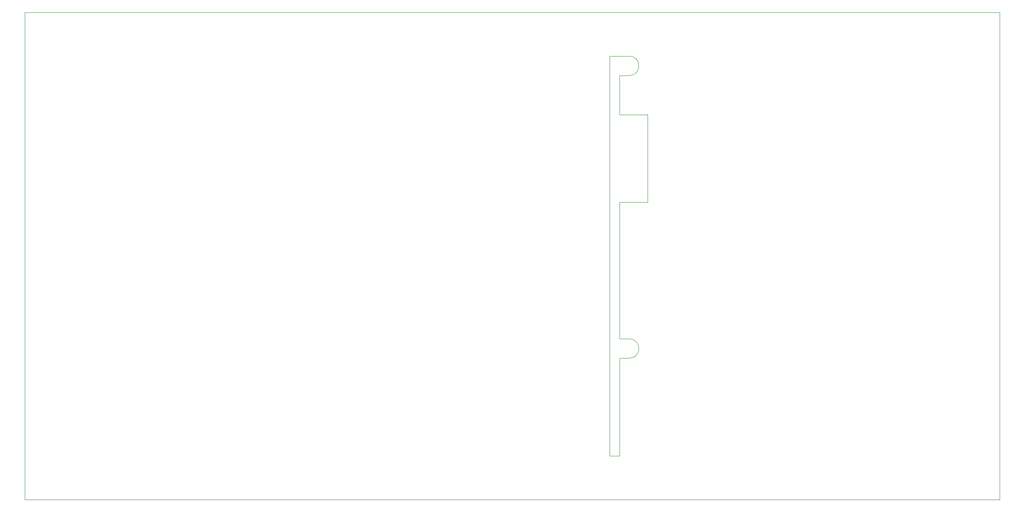
<source format=gm1>
G04 #@! TF.GenerationSoftware,KiCad,Pcbnew,6.0.4-1.fc35*
G04 #@! TF.CreationDate,2022-04-14T23:25:07+02:00*
G04 #@! TF.ProjectId,office_amp,6f666669-6365-45f6-916d-702e6b696361,rev?*
G04 #@! TF.SameCoordinates,Original*
G04 #@! TF.FileFunction,Profile,NP*
%FSLAX46Y46*%
G04 Gerber Fmt 4.6, Leading zero omitted, Abs format (unit mm)*
G04 Created by KiCad (PCBNEW 6.0.4-1.fc35) date 2022-04-14 23:25:07*
%MOMM*%
%LPD*%
G01*
G04 APERTURE LIST*
G04 #@! TA.AperFunction,Profile*
%ADD10C,0.100000*%
G04 #@! TD*
G04 APERTURE END LIST*
D10*
X212000000Y-149000000D02*
X212000000Y-129000000D01*
X210000000Y-149000000D02*
X212000000Y-149000000D01*
X210000000Y-67000000D02*
X210000000Y-149000000D01*
X210000000Y-67000000D02*
X212000000Y-67000000D01*
X212000000Y-71000000D02*
X212000000Y-79000000D01*
X214000000Y-71000000D02*
G75*
G03*
X214000000Y-67000000I0J2000000D01*
G01*
X212000000Y-125000000D02*
X214000000Y-125000000D01*
X290000000Y-158000000D02*
X212000000Y-158000000D01*
X214000000Y-129000000D02*
G75*
G03*
X214000000Y-125000000I0J2000000D01*
G01*
X214000000Y-71000000D02*
X212000000Y-71000000D01*
X214000000Y-67000000D02*
X212000000Y-67000000D01*
X217750000Y-79000000D02*
X217750000Y-97000000D01*
X212000000Y-79000000D02*
X217750000Y-79000000D01*
X212000000Y-58000000D02*
X290000000Y-58000000D01*
X212000000Y-97000000D02*
X212000000Y-125000000D01*
X214000000Y-129000000D02*
X212000000Y-129000000D01*
X217750000Y-97000000D02*
X212000000Y-97000000D01*
X290000000Y-58000000D02*
X290000000Y-158000000D01*
X90000000Y-58000000D02*
X212000000Y-58000000D01*
X212000000Y-158000000D02*
X90000000Y-158000000D01*
X90000000Y-158000000D02*
X90000000Y-58000000D01*
M02*

</source>
